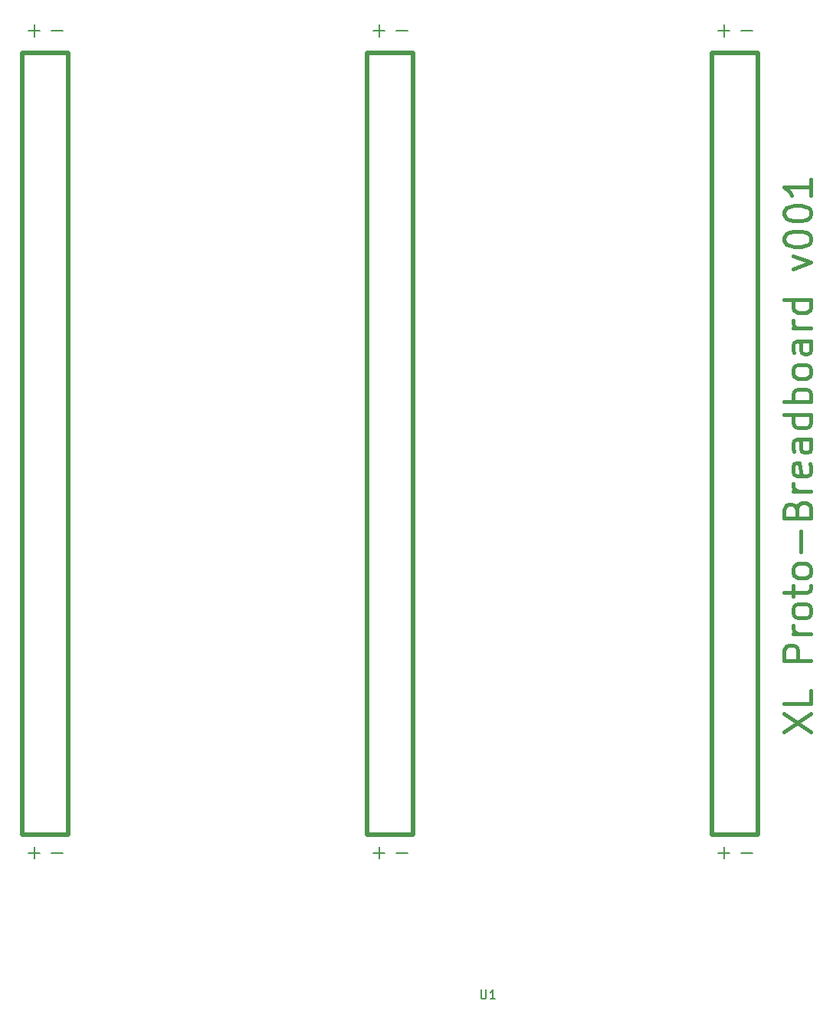
<source format=gbr>
%TF.GenerationSoftware,KiCad,Pcbnew,6.0.6-3a73a75311~116~ubuntu20.04.1*%
%TF.CreationDate,2022-06-29T13:13:07-05:00*%
%TF.ProjectId,XL_Proto_Breadboard_v001,584c5f50-726f-4746-9f5f-427265616462,rev?*%
%TF.SameCoordinates,Original*%
%TF.FileFunction,Legend,Top*%
%TF.FilePolarity,Positive*%
%FSLAX46Y46*%
G04 Gerber Fmt 4.6, Leading zero omitted, Abs format (unit mm)*
G04 Created by KiCad (PCBNEW 6.0.6-3a73a75311~116~ubuntu20.04.1) date 2022-06-29 13:13:07*
%MOMM*%
%LPD*%
G01*
G04 APERTURE LIST*
%ADD10C,0.500000*%
%ADD11C,0.150000*%
%ADD12C,0.450000*%
G04 APERTURE END LIST*
D10*
X185530000Y-51140000D02*
X190610000Y-51140000D01*
X190610000Y-51140000D02*
X190610000Y-137500000D01*
X190610000Y-137500000D02*
X185530000Y-137500000D01*
X185530000Y-137500000D02*
X185530000Y-51140000D01*
X109330000Y-51150000D02*
X114410000Y-51150000D01*
X114410000Y-51150000D02*
X114410000Y-137500000D01*
X114410000Y-137500000D02*
X109330000Y-137500000D01*
X109330000Y-137500000D02*
X109330000Y-51150000D01*
X147430000Y-51150000D02*
X152510000Y-51150000D01*
X152510000Y-51150000D02*
X152510000Y-137500000D01*
X152510000Y-137500000D02*
X147430000Y-137500000D01*
X147430000Y-137500000D02*
X147430000Y-51150000D01*
D11*
X112567380Y-139526428D02*
X113862619Y-139526428D01*
X148127380Y-48721428D02*
X149422619Y-48721428D01*
X148775000Y-49369047D02*
X148775000Y-48073809D01*
X148110772Y-139526428D02*
X149406011Y-139526428D01*
X148758392Y-140174047D02*
X148758392Y-138878809D01*
X186227380Y-48721428D02*
X187522619Y-48721428D01*
X186875000Y-49369047D02*
X186875000Y-48073809D01*
D12*
X193487142Y-126161428D02*
X196487142Y-124161428D01*
X193487142Y-124161428D02*
X196487142Y-126161428D01*
X196487142Y-121590000D02*
X196487142Y-123018571D01*
X193487142Y-123018571D01*
X196487142Y-118304285D02*
X193487142Y-118304285D01*
X193487142Y-117161428D01*
X193630000Y-116875714D01*
X193772857Y-116732857D01*
X194058571Y-116590000D01*
X194487142Y-116590000D01*
X194772857Y-116732857D01*
X194915714Y-116875714D01*
X195058571Y-117161428D01*
X195058571Y-118304285D01*
X196487142Y-115304285D02*
X194487142Y-115304285D01*
X195058571Y-115304285D02*
X194772857Y-115161428D01*
X194630000Y-115018571D01*
X194487142Y-114732857D01*
X194487142Y-114447142D01*
X196487142Y-113018571D02*
X196344285Y-113304285D01*
X196201428Y-113447142D01*
X195915714Y-113590000D01*
X195058571Y-113590000D01*
X194772857Y-113447142D01*
X194630000Y-113304285D01*
X194487142Y-113018571D01*
X194487142Y-112590000D01*
X194630000Y-112304285D01*
X194772857Y-112161428D01*
X195058571Y-112018571D01*
X195915714Y-112018571D01*
X196201428Y-112161428D01*
X196344285Y-112304285D01*
X196487142Y-112590000D01*
X196487142Y-113018571D01*
X194487142Y-111161428D02*
X194487142Y-110018571D01*
X193487142Y-110732857D02*
X196058571Y-110732857D01*
X196344285Y-110590000D01*
X196487142Y-110304285D01*
X196487142Y-110018571D01*
X196487142Y-108590000D02*
X196344285Y-108875714D01*
X196201428Y-109018571D01*
X195915714Y-109161428D01*
X195058571Y-109161428D01*
X194772857Y-109018571D01*
X194630000Y-108875714D01*
X194487142Y-108590000D01*
X194487142Y-108161428D01*
X194630000Y-107875714D01*
X194772857Y-107732857D01*
X195058571Y-107590000D01*
X195915714Y-107590000D01*
X196201428Y-107732857D01*
X196344285Y-107875714D01*
X196487142Y-108161428D01*
X196487142Y-108590000D01*
X195344285Y-106304285D02*
X195344285Y-104018571D01*
X194915714Y-101590000D02*
X195058571Y-101161428D01*
X195201428Y-101018571D01*
X195487142Y-100875714D01*
X195915714Y-100875714D01*
X196201428Y-101018571D01*
X196344285Y-101161428D01*
X196487142Y-101447142D01*
X196487142Y-102590000D01*
X193487142Y-102590000D01*
X193487142Y-101590000D01*
X193630000Y-101304285D01*
X193772857Y-101161428D01*
X194058571Y-101018571D01*
X194344285Y-101018571D01*
X194630000Y-101161428D01*
X194772857Y-101304285D01*
X194915714Y-101590000D01*
X194915714Y-102590000D01*
X196487142Y-99590000D02*
X194487142Y-99590000D01*
X195058571Y-99590000D02*
X194772857Y-99447142D01*
X194630000Y-99304285D01*
X194487142Y-99018571D01*
X194487142Y-98732857D01*
X196344285Y-96590000D02*
X196487142Y-96875714D01*
X196487142Y-97447142D01*
X196344285Y-97732857D01*
X196058571Y-97875714D01*
X194915714Y-97875714D01*
X194630000Y-97732857D01*
X194487142Y-97447142D01*
X194487142Y-96875714D01*
X194630000Y-96590000D01*
X194915714Y-96447142D01*
X195201428Y-96447142D01*
X195487142Y-97875714D01*
X196487142Y-93875714D02*
X194915714Y-93875714D01*
X194630000Y-94018571D01*
X194487142Y-94304285D01*
X194487142Y-94875714D01*
X194630000Y-95161428D01*
X196344285Y-93875714D02*
X196487142Y-94161428D01*
X196487142Y-94875714D01*
X196344285Y-95161428D01*
X196058571Y-95304285D01*
X195772857Y-95304285D01*
X195487142Y-95161428D01*
X195344285Y-94875714D01*
X195344285Y-94161428D01*
X195201428Y-93875714D01*
X196487142Y-91161428D02*
X193487142Y-91161428D01*
X196344285Y-91161428D02*
X196487142Y-91447142D01*
X196487142Y-92018571D01*
X196344285Y-92304285D01*
X196201428Y-92447142D01*
X195915714Y-92590000D01*
X195058571Y-92590000D01*
X194772857Y-92447142D01*
X194630000Y-92304285D01*
X194487142Y-92018571D01*
X194487142Y-91447142D01*
X194630000Y-91161428D01*
X196487142Y-89732857D02*
X193487142Y-89732857D01*
X194630000Y-89732857D02*
X194487142Y-89447142D01*
X194487142Y-88875714D01*
X194630000Y-88590000D01*
X194772857Y-88447142D01*
X195058571Y-88304285D01*
X195915714Y-88304285D01*
X196201428Y-88447142D01*
X196344285Y-88590000D01*
X196487142Y-88875714D01*
X196487142Y-89447142D01*
X196344285Y-89732857D01*
X196487142Y-86590000D02*
X196344285Y-86875714D01*
X196201428Y-87018571D01*
X195915714Y-87161428D01*
X195058571Y-87161428D01*
X194772857Y-87018571D01*
X194630000Y-86875714D01*
X194487142Y-86590000D01*
X194487142Y-86161428D01*
X194630000Y-85875714D01*
X194772857Y-85732857D01*
X195058571Y-85590000D01*
X195915714Y-85590000D01*
X196201428Y-85732857D01*
X196344285Y-85875714D01*
X196487142Y-86161428D01*
X196487142Y-86590000D01*
X196487142Y-83018571D02*
X194915714Y-83018571D01*
X194630000Y-83161428D01*
X194487142Y-83447142D01*
X194487142Y-84018571D01*
X194630000Y-84304285D01*
X196344285Y-83018571D02*
X196487142Y-83304285D01*
X196487142Y-84018571D01*
X196344285Y-84304285D01*
X196058571Y-84447142D01*
X195772857Y-84447142D01*
X195487142Y-84304285D01*
X195344285Y-84018571D01*
X195344285Y-83304285D01*
X195201428Y-83018571D01*
X196487142Y-81590000D02*
X194487142Y-81590000D01*
X195058571Y-81590000D02*
X194772857Y-81447142D01*
X194630000Y-81304285D01*
X194487142Y-81018571D01*
X194487142Y-80732857D01*
X196487142Y-78447142D02*
X193487142Y-78447142D01*
X196344285Y-78447142D02*
X196487142Y-78732857D01*
X196487142Y-79304285D01*
X196344285Y-79590000D01*
X196201428Y-79732857D01*
X195915714Y-79875714D01*
X195058571Y-79875714D01*
X194772857Y-79732857D01*
X194630000Y-79590000D01*
X194487142Y-79304285D01*
X194487142Y-78732857D01*
X194630000Y-78447142D01*
X194487142Y-75018571D02*
X196487142Y-74304285D01*
X194487142Y-73590000D01*
X193487142Y-71875714D02*
X193487142Y-71590000D01*
X193630000Y-71304285D01*
X193772857Y-71161428D01*
X194058571Y-71018571D01*
X194630000Y-70875714D01*
X195344285Y-70875714D01*
X195915714Y-71018571D01*
X196201428Y-71161428D01*
X196344285Y-71304285D01*
X196487142Y-71590000D01*
X196487142Y-71875714D01*
X196344285Y-72161428D01*
X196201428Y-72304285D01*
X195915714Y-72447142D01*
X195344285Y-72590000D01*
X194630000Y-72590000D01*
X194058571Y-72447142D01*
X193772857Y-72304285D01*
X193630000Y-72161428D01*
X193487142Y-71875714D01*
X193487142Y-69018571D02*
X193487142Y-68732857D01*
X193630000Y-68447142D01*
X193772857Y-68304285D01*
X194058571Y-68161428D01*
X194630000Y-68018571D01*
X195344285Y-68018571D01*
X195915714Y-68161428D01*
X196201428Y-68304285D01*
X196344285Y-68447142D01*
X196487142Y-68732857D01*
X196487142Y-69018571D01*
X196344285Y-69304285D01*
X196201428Y-69447142D01*
X195915714Y-69590000D01*
X195344285Y-69732857D01*
X194630000Y-69732857D01*
X194058571Y-69590000D01*
X193772857Y-69447142D01*
X193630000Y-69304285D01*
X193487142Y-69018571D01*
X196487142Y-65161428D02*
X196487142Y-66875714D01*
X196487142Y-66018571D02*
X193487142Y-66018571D01*
X193915714Y-66304285D01*
X194201428Y-66590000D01*
X194344285Y-66875714D01*
D11*
X188767380Y-139526428D02*
X190062619Y-139526428D01*
X112567380Y-48721428D02*
X113862619Y-48721428D01*
X188767380Y-48721428D02*
X190062619Y-48721428D01*
X110027380Y-139526428D02*
X111322619Y-139526428D01*
X110675000Y-140174047D02*
X110675000Y-138878809D01*
X110027380Y-48721428D02*
X111322619Y-48721428D01*
X110675000Y-49369047D02*
X110675000Y-48073809D01*
X150667380Y-139526428D02*
X151962619Y-139526428D01*
X150667380Y-48721428D02*
X151962619Y-48721428D01*
X186227380Y-139526428D02*
X187522619Y-139526428D01*
X186875000Y-140174047D02*
X186875000Y-138878809D01*
%TO.C,U1*%
X160038095Y-154672380D02*
X160038095Y-155481904D01*
X160085714Y-155577142D01*
X160133333Y-155624761D01*
X160228571Y-155672380D01*
X160419047Y-155672380D01*
X160514285Y-155624761D01*
X160561904Y-155577142D01*
X160609523Y-155481904D01*
X160609523Y-154672380D01*
X161609523Y-155672380D02*
X161038095Y-155672380D01*
X161323809Y-155672380D02*
X161323809Y-154672380D01*
X161228571Y-154815238D01*
X161133333Y-154910476D01*
X161038095Y-154958095D01*
%TD*%
M02*

</source>
